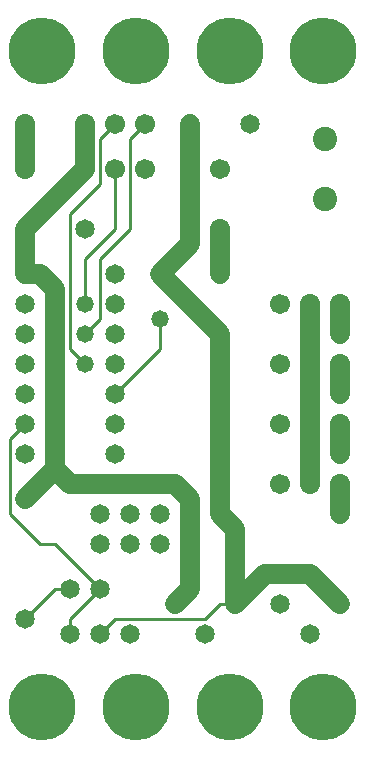
<source format=gtl>
%MOIN*%
%FSLAX25Y25*%
G04 D10 used for Character Trace; *
G04     Circle (OD=.01000) (No hole)*
G04 D11 used for Power Trace; *
G04     Circle (OD=.06700) (No hole)*
G04 D12 used for Signal Trace; *
G04     Circle (OD=.01100) (No hole)*
G04 D13 used for Via; *
G04     Circle (OD=.05800) (Round. Hole ID=.02800)*
G04 D14 used for Component hole; *
G04     Circle (OD=.06500) (Round. Hole ID=.03500)*
G04 D15 used for Component hole; *
G04     Circle (OD=.06700) (Round. Hole ID=.04300)*
G04 D16 used for Component hole; *
G04     Circle (OD=.08100) (Round. Hole ID=.05100)*
G04 D17 used for Component hole; *
G04     Circle (OD=.08900) (Round. Hole ID=.05900)*
G04 D18 used for Component hole; *
G04     Circle (OD=.11300) (Round. Hole ID=.08300)*
G04 D19 used for Component hole; *
G04     Circle (OD=.16000) (Round. Hole ID=.13000)*
G04 D20 used for Component hole; *
G04     Circle (OD=.18300) (Round. Hole ID=.15300)*
G04 D21 used for Component hole; *
G04     Circle (OD=.22291) (Round. Hole ID=.19291)*
%ADD10C,.01000*%
%ADD11C,.06700*%
%ADD12C,.01100*%
%ADD13C,.05800*%
%ADD14C,.06500*%
%ADD15C,.06700*%
%ADD16C,.08100*%
%ADD17C,.08900*%
%ADD18C,.11300*%
%ADD19C,.16000*%
%ADD20C,.18300*%
%ADD21C,.22291*%
%IPPOS*%
%LPD*%
G90*X0Y0D02*D21*X15625Y15625D03*D14*              
X35000Y40000D03*D12*X40000Y45000D01*X70000D01*    
X75000Y50000D01*X80000D01*D14*D03*D11*            
X90000Y60000D01*X105000D01*X115000Y50000D01*D14*  
D03*X105000Y40000D03*X95000Y50000D03*             
X115000Y80000D03*D11*Y90000D01*D15*D03*D14*       
Y100000D03*D11*Y110000D01*D15*D03*D14*Y120000D03* 
D11*Y130000D01*D15*D03*D14*Y140000D03*D11*        
Y150000D01*D15*D03*X105000D03*D11*Y130000D01*D15* 
D03*D11*Y110000D01*D15*D03*D11*Y90000D01*D15*D03* 
X95000D03*Y110000D03*D11*X80000Y50000D02*         
Y75000D01*D14*X70000Y40000D03*D11*X60000Y50000D02*
X65000Y55000D01*D14*X60000Y50000D03*D11*          
X65000Y55000D02*Y85000D01*X60000Y90000D01*        
X25000D01*X20000Y95000D01*X10000Y85000D01*D14*D03*
D12*X15000Y70000D02*X5000Y80000D01*               
X15000Y70000D02*X20000D01*X35000Y55000D01*D14*D03*
D12*X25000Y45000D01*Y40000D01*D14*D03*            
X10000Y45000D03*D12*X20000Y55000D01*X25000D01*D14*
D03*X35000Y70000D03*X45000Y40000D03*Y70000D03*    
Y80000D03*X35000D03*D12*X5000D02*Y105000D01*      
X10000Y110000D01*D14*D03*Y120000D03*Y100000D03*   
D11*X20000Y95000D02*Y155000D01*X15000Y160000D01*  
X10000D01*D14*D03*D11*Y175000D01*D14*D03*D11*     
X30000Y195000D01*D15*D03*D11*Y210000D01*D15*D03*  
D12*X35000Y190000D02*Y205000D01*X25000Y180000D02* 
X35000Y190000D01*X25000Y135000D02*Y180000D01*     
X30000Y130000D02*X25000Y135000D01*D13*            
X30000Y130000D03*D14*X40000Y120000D03*D12*        
X55000Y135000D01*Y145000D01*D13*D03*D14*          
X40000Y160000D03*Y130000D03*Y150000D03*           
X55000Y160000D03*D11*X75000Y140000D01*D14*D03*D11*
Y120000D01*D14*D03*D11*Y100000D01*D14*D03*D11*    
Y80000D01*D14*D03*D11*X80000Y75000D01*D14*        
X55000Y80000D03*Y70000D03*X40000Y110000D03*       
Y100000D03*D15*X95000Y130000D03*D21*              
X46875Y15625D03*X78125D03*X109375D03*D14*         
X40000Y140000D03*D13*X30000D03*D12*               
X35000Y145000D01*Y165000D01*X45000Y175000D01*     
Y205000D01*X50000Y210000D01*D15*D03*X40000D03*D12*
X35000Y205000D01*D15*X40000Y195000D03*D12*        
Y175000D01*X30000Y165000D01*Y150000D01*D13*D03*   
D14*X10000Y130000D03*Y150000D03*Y140000D03*       
X30000Y175000D03*D11*X55000Y160000D02*            
X65000Y170000D01*Y185000D01*D15*D03*D11*          
Y210000D01*D14*D03*D15*X50000Y195000D03*X75000D03*
D14*X85000Y210000D03*D21*X78125Y234375D03*        
X46875D03*D15*X75000Y175000D03*D11*Y160000D01*D14*
D03*D15*X95000Y150000D03*D16*X110000Y185000D03*   
Y205000D03*D15*X10000Y210000D03*D11*Y195000D01*   
D15*D03*D21*X15625Y234375D03*X109375D03*M02*      

</source>
